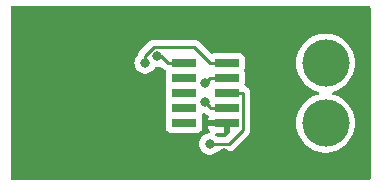
<source format=gbr>
%TF.GenerationSoftware,KiCad,Pcbnew,7.0.10*%
%TF.CreationDate,2023-12-31T17:53:47-05:00*%
%TF.ProjectId,SRX Mag Encoder to SPARK MAX,53525820-4d61-4672-9045-6e636f646572,rev?*%
%TF.SameCoordinates,Original*%
%TF.FileFunction,Copper,L2,Bot*%
%TF.FilePolarity,Positive*%
%FSLAX46Y46*%
G04 Gerber Fmt 4.6, Leading zero omitted, Abs format (unit mm)*
G04 Created by KiCad (PCBNEW 7.0.10) date 2023-12-31 17:53:47*
%MOMM*%
%LPD*%
G01*
G04 APERTURE LIST*
%TA.AperFunction,SMDPad,CuDef*%
%ADD10R,2.108200X0.660400*%
%TD*%
%TA.AperFunction,ViaPad*%
%ADD11C,0.800000*%
%TD*%
%TA.AperFunction,ViaPad*%
%ADD12C,4.000000*%
%TD*%
%TA.AperFunction,Conductor*%
%ADD13C,0.250000*%
%TD*%
G04 APERTURE END LIST*
D10*
%TO.P,,1,Pin_1*%
%TO.N,+3.3V*%
X171914001Y-99060000D03*
%TO.P,,2,Pin_2*%
%TO.N,+5V*%
X175513999Y-99060000D03*
%TO.P,,3,Pin_3*%
%TO.N,unconnected-(J2-Pin_3-Pad3)*%
X171914001Y-100330000D03*
%TO.P,,4,Pin_4*%
%TO.N,FLMT*%
X175513999Y-100330000D03*
%TO.P,,5,Pin_5*%
%TO.N,unconnected-(J2-Pin_5-Pad5)*%
X171914001Y-101600000D03*
%TO.P,,6,Pin_6*%
%TO.N,PWM*%
X175513999Y-101600000D03*
%TO.P,,7,Pin_7*%
%TO.N,unconnected-(J2-Pin_7-Pad7)*%
X171914001Y-102870000D03*
%TO.P,,8,Pin_8*%
%TO.N,RLMT*%
X175513999Y-102870000D03*
%TO.P,,9,Pin_9*%
%TO.N,unconnected-(J2-Pin_9-Pad9)*%
X171914001Y-104140000D03*
%TO.P,,10,Pin_10*%
%TO.N,GND*%
X175513999Y-104140000D03*
%TD*%
D11*
%TO.N,GND*%
X160020000Y-99060000D03*
X160020000Y-101600000D03*
X160020000Y-104140000D03*
X180340000Y-96520000D03*
X177800000Y-96520000D03*
X175260000Y-96520000D03*
X172720000Y-96520000D03*
X170180000Y-96520000D03*
X167640000Y-96520000D03*
X165100000Y-96520000D03*
X162560000Y-96520000D03*
X160020000Y-96520000D03*
X180340000Y-106680000D03*
X177800000Y-106680000D03*
X175260000Y-106680000D03*
X172720000Y-106680000D03*
X170180000Y-106680000D03*
X167640000Y-106680000D03*
X165100000Y-106680000D03*
X162560000Y-106680000D03*
X160020000Y-106680000D03*
D12*
%TO.N,*%
X183896000Y-104140000D03*
X183896000Y-99060000D03*
D11*
%TO.N,GND*%
X169164000Y-103632000D03*
%TO.N,PWM*%
X174071800Y-105918000D03*
%TO.N,RLMT*%
X173714000Y-102370000D03*
%TO.N,FLMT*%
X173714000Y-100767500D03*
%TO.N,+5V*%
X168610900Y-99060000D03*
%TO.N,+3.3V*%
X169618100Y-98495100D03*
%TD*%
D13*
%TO.N,PWM*%
X176895000Y-101600000D02*
X175514000Y-101600000D01*
X176895000Y-104706600D02*
X176895000Y-101600000D01*
X174071800Y-105918000D02*
X175683600Y-105918000D01*
X175683600Y-105918000D02*
X176895000Y-104706600D01*
%TO.N,RLMT*%
X174133000Y-102789000D02*
X174133000Y-102870000D01*
X173714000Y-102370000D02*
X174133000Y-102789000D01*
X175514000Y-102870000D02*
X174133000Y-102870000D01*
%TO.N,FLMT*%
X174133000Y-100348500D02*
X174133000Y-100330000D01*
X173714000Y-100767500D02*
X174133000Y-100348500D01*
X175514000Y-100330000D02*
X174133000Y-100330000D01*
%TO.N,+5V*%
X168610900Y-98463300D02*
X168610900Y-99060000D01*
X169354400Y-97719800D02*
X168610900Y-98463300D01*
X172792800Y-97719800D02*
X169354400Y-97719800D01*
X174133000Y-99060000D02*
X172792800Y-97719800D01*
X175514000Y-99060000D02*
X174133000Y-99060000D01*
%TO.N,+3.3V*%
X171914000Y-99060000D02*
X170533000Y-99060000D01*
X169968100Y-98495100D02*
X169618100Y-98495100D01*
X170533000Y-99060000D02*
X169968100Y-98495100D01*
%TD*%
%TA.AperFunction,Conductor*%
%TO.N,GND*%
G36*
X187649039Y-94253685D02*
G01*
X187694794Y-94306489D01*
X187706000Y-94358000D01*
X187706000Y-108842000D01*
X187686315Y-108909039D01*
X187633511Y-108954794D01*
X187582000Y-108966000D01*
X157350000Y-108966000D01*
X157282961Y-108946315D01*
X157237206Y-108893511D01*
X157226000Y-108842000D01*
X157226000Y-99060000D01*
X167705440Y-99060000D01*
X167725226Y-99248256D01*
X167725227Y-99248259D01*
X167783718Y-99428277D01*
X167783721Y-99428284D01*
X167878367Y-99592216D01*
X167982892Y-99708302D01*
X168005029Y-99732888D01*
X168158165Y-99844148D01*
X168158170Y-99844151D01*
X168331092Y-99921142D01*
X168331097Y-99921144D01*
X168516254Y-99960500D01*
X168516255Y-99960500D01*
X168705544Y-99960500D01*
X168705546Y-99960500D01*
X168890703Y-99921144D01*
X169063630Y-99844151D01*
X169216771Y-99732888D01*
X169343433Y-99592216D01*
X169375795Y-99536163D01*
X169421154Y-99457600D01*
X169471721Y-99409384D01*
X169528541Y-99395600D01*
X169712744Y-99395600D01*
X169712746Y-99395600D01*
X169870605Y-99362046D01*
X169940269Y-99367362D01*
X169984064Y-99395655D01*
X170032197Y-99443788D01*
X170042022Y-99456051D01*
X170042243Y-99455869D01*
X170047211Y-99461874D01*
X170096222Y-99507899D01*
X170099021Y-99510612D01*
X170118522Y-99530114D01*
X170118526Y-99530117D01*
X170118529Y-99530120D01*
X170121702Y-99532581D01*
X170130574Y-99540159D01*
X170162418Y-99570062D01*
X170179976Y-99579714D01*
X170196235Y-99590395D01*
X170212064Y-99602673D01*
X170252155Y-99620021D01*
X170262626Y-99625151D01*
X170276050Y-99632531D01*
X170300902Y-99646194D01*
X170300903Y-99646194D01*
X170300908Y-99646197D01*
X170307266Y-99647829D01*
X170310395Y-99648633D01*
X170370433Y-99684371D01*
X170401618Y-99746895D01*
X170395739Y-99812069D01*
X170365811Y-99892311D01*
X170365810Y-99892315D01*
X170365810Y-99892317D01*
X170359401Y-99951927D01*
X170359401Y-99951934D01*
X170359401Y-99951935D01*
X170359401Y-100708070D01*
X170359402Y-100708076D01*
X170365809Y-100767683D01*
X170416106Y-100902535D01*
X170417767Y-100905577D01*
X170418503Y-100908962D01*
X170419204Y-100910841D01*
X170418933Y-100910941D01*
X170432617Y-100973850D01*
X170417767Y-101024423D01*
X170416106Y-101027464D01*
X170376721Y-101133062D01*
X170365810Y-101162317D01*
X170359401Y-101221927D01*
X170359401Y-101221934D01*
X170359401Y-101221935D01*
X170359401Y-101978070D01*
X170359402Y-101978076D01*
X170365809Y-102037683D01*
X170416106Y-102172535D01*
X170417767Y-102175577D01*
X170418503Y-102178962D01*
X170419204Y-102180841D01*
X170418933Y-102180941D01*
X170432617Y-102243850D01*
X170417767Y-102294423D01*
X170416106Y-102297464D01*
X170365811Y-102432313D01*
X170365810Y-102432317D01*
X170359401Y-102491927D01*
X170359401Y-102491934D01*
X170359401Y-102491935D01*
X170359401Y-103248070D01*
X170359402Y-103248076D01*
X170365809Y-103307683D01*
X170416106Y-103442535D01*
X170417767Y-103445577D01*
X170418503Y-103448962D01*
X170419204Y-103450841D01*
X170418933Y-103450941D01*
X170432617Y-103513850D01*
X170417767Y-103564423D01*
X170416106Y-103567464D01*
X170366413Y-103700699D01*
X170365810Y-103702317D01*
X170359401Y-103761927D01*
X170359401Y-103761934D01*
X170359401Y-103761935D01*
X170359401Y-104518070D01*
X170359402Y-104518076D01*
X170365809Y-104577683D01*
X170416103Y-104712528D01*
X170416107Y-104712535D01*
X170502353Y-104827744D01*
X170502356Y-104827747D01*
X170617565Y-104913993D01*
X170617572Y-104913997D01*
X170752418Y-104964291D01*
X170752417Y-104964291D01*
X170759345Y-104965035D01*
X170812028Y-104970700D01*
X173015973Y-104970699D01*
X173075584Y-104964291D01*
X173210432Y-104913996D01*
X173325647Y-104827746D01*
X173411897Y-104712531D01*
X173462192Y-104577683D01*
X173468601Y-104518073D01*
X173468600Y-103761928D01*
X173462192Y-103702317D01*
X173459198Y-103694291D01*
X173411898Y-103567471D01*
X173410238Y-103564431D01*
X173409501Y-103561044D01*
X173408798Y-103559159D01*
X173409068Y-103559057D01*
X173395384Y-103496159D01*
X173410238Y-103445569D01*
X173411894Y-103442534D01*
X173411897Y-103442531D01*
X173449218Y-103342467D01*
X173491089Y-103286535D01*
X173556553Y-103262117D01*
X173591175Y-103264510D01*
X173612406Y-103269023D01*
X173666195Y-103298064D01*
X173667395Y-103296614D01*
X173716146Y-103336945D01*
X173721978Y-103342087D01*
X173762418Y-103380062D01*
X173769578Y-103383998D01*
X173788879Y-103397114D01*
X173795177Y-103402324D01*
X173795178Y-103402324D01*
X173795179Y-103402325D01*
X173845362Y-103425939D01*
X173852305Y-103429477D01*
X173900903Y-103456195D01*
X173900905Y-103456195D01*
X173900908Y-103456197D01*
X173906205Y-103457556D01*
X173908814Y-103458227D01*
X173930756Y-103466124D01*
X173932678Y-103467028D01*
X173984965Y-103513374D01*
X174003894Y-103580630D01*
X173996084Y-103622568D01*
X173966302Y-103702416D01*
X173966300Y-103702427D01*
X173959899Y-103761955D01*
X173959899Y-103890000D01*
X175639999Y-103890000D01*
X175707038Y-103909685D01*
X175752793Y-103962489D01*
X175763999Y-104014000D01*
X175763999Y-104901648D01*
X175744314Y-104968687D01*
X175727680Y-104989329D01*
X175460828Y-105256181D01*
X175399505Y-105289666D01*
X175373147Y-105292500D01*
X174775548Y-105292500D01*
X174708509Y-105272815D01*
X174683400Y-105251474D01*
X174677673Y-105245114D01*
X174677672Y-105245113D01*
X174677671Y-105245112D01*
X174608033Y-105194517D01*
X174565369Y-105139188D01*
X174559390Y-105069574D01*
X174591996Y-105007779D01*
X174652835Y-104973422D01*
X174680920Y-104970200D01*
X175263999Y-104970200D01*
X175263999Y-104390000D01*
X173959899Y-104390000D01*
X173959899Y-104518044D01*
X173966300Y-104577572D01*
X173966302Y-104577579D01*
X174016544Y-104712286D01*
X174016548Y-104712293D01*
X174096571Y-104819189D01*
X174120989Y-104884653D01*
X174106138Y-104952926D01*
X174056733Y-105002332D01*
X173997305Y-105017500D01*
X173977154Y-105017500D01*
X173944697Y-105024398D01*
X173791997Y-105056855D01*
X173791992Y-105056857D01*
X173619070Y-105133848D01*
X173619065Y-105133851D01*
X173465929Y-105245111D01*
X173339266Y-105385785D01*
X173244621Y-105549715D01*
X173244618Y-105549722D01*
X173186127Y-105729740D01*
X173186126Y-105729744D01*
X173166340Y-105918000D01*
X173186126Y-106106256D01*
X173186127Y-106106259D01*
X173244618Y-106286277D01*
X173244621Y-106286284D01*
X173339267Y-106450216D01*
X173460201Y-106584526D01*
X173465929Y-106590888D01*
X173619065Y-106702148D01*
X173619070Y-106702151D01*
X173791992Y-106779142D01*
X173791997Y-106779144D01*
X173977154Y-106818500D01*
X173977155Y-106818500D01*
X174166444Y-106818500D01*
X174166446Y-106818500D01*
X174351603Y-106779144D01*
X174524530Y-106702151D01*
X174677671Y-106590888D01*
X174680588Y-106587647D01*
X174683400Y-106584526D01*
X174742887Y-106547879D01*
X174775548Y-106543500D01*
X175600857Y-106543500D01*
X175616477Y-106545224D01*
X175616504Y-106544939D01*
X175624260Y-106545671D01*
X175624267Y-106545673D01*
X175691473Y-106543561D01*
X175695368Y-106543500D01*
X175722946Y-106543500D01*
X175722950Y-106543500D01*
X175726924Y-106542997D01*
X175738563Y-106542080D01*
X175782227Y-106540709D01*
X175801469Y-106535117D01*
X175820512Y-106531174D01*
X175840392Y-106528664D01*
X175881001Y-106512585D01*
X175892044Y-106508803D01*
X175933990Y-106496618D01*
X175951229Y-106486422D01*
X175968703Y-106477862D01*
X175987327Y-106470488D01*
X175987327Y-106470487D01*
X175987332Y-106470486D01*
X176022683Y-106444800D01*
X176032414Y-106438408D01*
X176070020Y-106416170D01*
X176084189Y-106401999D01*
X176098979Y-106389368D01*
X176115187Y-106377594D01*
X176143038Y-106343926D01*
X176150879Y-106335309D01*
X177278787Y-105207402D01*
X177291042Y-105197586D01*
X177290859Y-105197364D01*
X177296868Y-105192391D01*
X177296877Y-105192386D01*
X177342949Y-105143322D01*
X177345566Y-105140623D01*
X177365120Y-105121071D01*
X177367576Y-105117903D01*
X177375156Y-105109027D01*
X177405062Y-105077182D01*
X177414713Y-105059624D01*
X177425396Y-105043361D01*
X177437673Y-105027536D01*
X177455021Y-104987444D01*
X177460151Y-104976971D01*
X177481197Y-104938692D01*
X177486180Y-104919280D01*
X177492481Y-104900880D01*
X177500437Y-104882496D01*
X177507270Y-104839348D01*
X177509633Y-104827938D01*
X177520500Y-104785619D01*
X177520500Y-104765583D01*
X177522027Y-104746182D01*
X177525160Y-104726404D01*
X177521050Y-104682924D01*
X177520500Y-104671255D01*
X177520500Y-104140005D01*
X181390556Y-104140005D01*
X181410310Y-104454004D01*
X181410311Y-104454011D01*
X181422532Y-104518073D01*
X181459626Y-104712531D01*
X181469270Y-104763083D01*
X181566497Y-105062316D01*
X181566499Y-105062321D01*
X181700461Y-105347003D01*
X181700464Y-105347009D01*
X181869051Y-105612661D01*
X181869054Y-105612665D01*
X182069606Y-105855090D01*
X182069608Y-105855092D01*
X182298968Y-106070476D01*
X182298978Y-106070484D01*
X182553504Y-106255408D01*
X182553509Y-106255410D01*
X182553516Y-106255416D01*
X182829234Y-106406994D01*
X182829239Y-106406996D01*
X182829241Y-106406997D01*
X182829242Y-106406998D01*
X183121771Y-106522818D01*
X183121774Y-106522819D01*
X183386886Y-106590888D01*
X183426527Y-106601066D01*
X183492010Y-106609338D01*
X183738670Y-106640499D01*
X183738679Y-106640499D01*
X183738682Y-106640500D01*
X183738684Y-106640500D01*
X184053316Y-106640500D01*
X184053318Y-106640500D01*
X184053321Y-106640499D01*
X184053329Y-106640499D01*
X184239593Y-106616968D01*
X184365473Y-106601066D01*
X184670225Y-106522819D01*
X184701509Y-106510433D01*
X184962757Y-106406998D01*
X184962758Y-106406997D01*
X184962756Y-106406997D01*
X184962766Y-106406994D01*
X185238484Y-106255416D01*
X185493030Y-106070478D01*
X185722390Y-105855094D01*
X185922947Y-105612663D01*
X186091537Y-105347007D01*
X186225503Y-105062315D01*
X186322731Y-104763079D01*
X186381688Y-104454015D01*
X186381689Y-104454004D01*
X186401444Y-104140005D01*
X186401444Y-104139994D01*
X186381689Y-103825995D01*
X186381688Y-103825988D01*
X186381688Y-103825985D01*
X186322731Y-103516921D01*
X186225503Y-103217685D01*
X186091537Y-102932993D01*
X185922947Y-102667337D01*
X185922945Y-102667334D01*
X185722393Y-102424909D01*
X185722391Y-102424907D01*
X185529586Y-102243850D01*
X185493030Y-102209522D01*
X185493027Y-102209520D01*
X185493021Y-102209515D01*
X185238495Y-102024591D01*
X185238488Y-102024586D01*
X185238484Y-102024584D01*
X184962766Y-101873006D01*
X184962763Y-101873004D01*
X184962758Y-101873002D01*
X184962757Y-101873001D01*
X184670228Y-101757181D01*
X184670225Y-101757180D01*
X184525820Y-101720104D01*
X184465782Y-101684366D01*
X184434596Y-101621842D01*
X184442164Y-101552384D01*
X184486082Y-101498043D01*
X184525820Y-101479896D01*
X184670225Y-101442819D01*
X184670228Y-101442818D01*
X184962757Y-101326998D01*
X184962758Y-101326997D01*
X184962756Y-101326997D01*
X184962766Y-101326994D01*
X185238484Y-101175416D01*
X185493030Y-100990478D01*
X185722390Y-100775094D01*
X185922947Y-100532663D01*
X186091537Y-100267007D01*
X186225503Y-99982315D01*
X186322731Y-99683079D01*
X186381688Y-99374015D01*
X186382806Y-99356244D01*
X186401444Y-99060005D01*
X186401444Y-99059994D01*
X186381689Y-98745995D01*
X186381688Y-98745988D01*
X186381688Y-98745985D01*
X186322731Y-98436921D01*
X186225503Y-98137685D01*
X186212605Y-98110276D01*
X186091538Y-97852996D01*
X186091537Y-97852993D01*
X185922947Y-97587337D01*
X185922945Y-97587334D01*
X185722393Y-97344909D01*
X185722391Y-97344907D01*
X185668030Y-97293858D01*
X185493030Y-97129522D01*
X185493027Y-97129520D01*
X185493021Y-97129515D01*
X185238495Y-96944591D01*
X185238488Y-96944586D01*
X185238484Y-96944584D01*
X184962766Y-96793006D01*
X184962763Y-96793004D01*
X184962758Y-96793002D01*
X184962757Y-96793001D01*
X184670228Y-96677181D01*
X184670225Y-96677180D01*
X184365476Y-96598934D01*
X184365463Y-96598932D01*
X184053329Y-96559500D01*
X184053318Y-96559500D01*
X183738682Y-96559500D01*
X183738670Y-96559500D01*
X183426536Y-96598932D01*
X183426523Y-96598934D01*
X183121774Y-96677180D01*
X183121771Y-96677181D01*
X182829242Y-96793001D01*
X182829241Y-96793002D01*
X182553516Y-96944584D01*
X182553504Y-96944591D01*
X182298978Y-97129515D01*
X182298968Y-97129523D01*
X182069608Y-97344907D01*
X182069606Y-97344909D01*
X181869054Y-97587334D01*
X181869051Y-97587338D01*
X181700464Y-97852990D01*
X181700461Y-97852996D01*
X181566499Y-98137678D01*
X181566497Y-98137683D01*
X181469270Y-98436916D01*
X181410311Y-98745988D01*
X181410310Y-98745995D01*
X181390556Y-99059994D01*
X181390556Y-99060005D01*
X181410310Y-99374004D01*
X181410311Y-99374011D01*
X181428644Y-99470116D01*
X181463646Y-99653604D01*
X181469270Y-99683083D01*
X181566497Y-99982316D01*
X181566499Y-99982321D01*
X181700461Y-100267003D01*
X181700464Y-100267009D01*
X181869051Y-100532661D01*
X181869054Y-100532665D01*
X182069606Y-100775090D01*
X182069608Y-100775092D01*
X182069610Y-100775094D01*
X182214166Y-100910841D01*
X182298968Y-100990476D01*
X182298978Y-100990484D01*
X182553504Y-101175408D01*
X182553509Y-101175410D01*
X182553516Y-101175416D01*
X182829234Y-101326994D01*
X182829239Y-101326996D01*
X182829241Y-101326997D01*
X182829242Y-101326998D01*
X183114786Y-101440051D01*
X183121775Y-101442819D01*
X183243587Y-101474095D01*
X183266180Y-101479896D01*
X183326218Y-101515634D01*
X183357403Y-101578158D01*
X183349835Y-101647616D01*
X183305916Y-101701957D01*
X183266180Y-101720104D01*
X183121770Y-101757182D01*
X182829242Y-101873001D01*
X182829241Y-101873002D01*
X182553516Y-102024584D01*
X182553504Y-102024591D01*
X182298978Y-102209515D01*
X182298968Y-102209523D01*
X182069608Y-102424907D01*
X182069606Y-102424909D01*
X181869054Y-102667334D01*
X181869051Y-102667338D01*
X181700464Y-102932990D01*
X181700461Y-102932996D01*
X181566499Y-103217678D01*
X181566497Y-103217683D01*
X181469270Y-103516916D01*
X181410311Y-103825988D01*
X181410310Y-103825995D01*
X181390556Y-104139994D01*
X181390556Y-104140005D01*
X177520500Y-104140005D01*
X177520500Y-101670844D01*
X177522697Y-101647606D01*
X177524227Y-101639586D01*
X177520745Y-101584241D01*
X177520500Y-101576455D01*
X177520500Y-101560650D01*
X177520499Y-101560646D01*
X177520481Y-101560500D01*
X177518516Y-101544951D01*
X177517788Y-101537260D01*
X177514304Y-101481862D01*
X177511779Y-101474092D01*
X177506687Y-101451314D01*
X177505664Y-101443208D01*
X177485233Y-101391606D01*
X177482608Y-101384315D01*
X177465467Y-101331559D01*
X177461089Y-101324661D01*
X177450495Y-101303868D01*
X177447486Y-101296268D01*
X177447484Y-101296265D01*
X177447483Y-101296263D01*
X177431930Y-101274857D01*
X177414870Y-101251377D01*
X177410501Y-101244947D01*
X177395897Y-101221935D01*
X177380786Y-101198123D01*
X177374833Y-101192533D01*
X177359398Y-101175025D01*
X177354594Y-101168413D01*
X177354591Y-101168411D01*
X177354591Y-101168410D01*
X177311862Y-101133062D01*
X177306018Y-101127910D01*
X177265584Y-101089940D01*
X177265577Y-101089934D01*
X177258415Y-101085997D01*
X177239114Y-101072880D01*
X177232824Y-101067677D01*
X177232823Y-101067676D01*
X177182620Y-101044052D01*
X177175720Y-101040536D01*
X177127092Y-101013803D01*
X177127089Y-101013802D01*
X177127085Y-101013800D01*
X177119174Y-101011769D01*
X177097209Y-101003860D01*
X177095743Y-101003170D01*
X177043469Y-100956810D01*
X177024557Y-100889549D01*
X177032367Y-100847643D01*
X177035963Y-100837998D01*
X177062190Y-100767683D01*
X177068599Y-100708073D01*
X177068598Y-99951928D01*
X177062190Y-99892317D01*
X177052747Y-99867000D01*
X177011896Y-99757471D01*
X177010236Y-99754431D01*
X177009499Y-99751044D01*
X177008796Y-99749159D01*
X177009066Y-99749057D01*
X176995382Y-99686159D01*
X177010236Y-99635569D01*
X177011892Y-99632534D01*
X177011895Y-99632531D01*
X177062190Y-99497683D01*
X177068599Y-99438073D01*
X177068598Y-98681928D01*
X177062190Y-98622317D01*
X177011895Y-98487469D01*
X177011894Y-98487468D01*
X177011892Y-98487464D01*
X176925646Y-98372255D01*
X176925643Y-98372252D01*
X176810434Y-98286006D01*
X176810427Y-98286002D01*
X176675581Y-98235708D01*
X176675582Y-98235708D01*
X176615982Y-98229301D01*
X176615980Y-98229300D01*
X176615972Y-98229300D01*
X176615963Y-98229300D01*
X174412028Y-98229300D01*
X174412022Y-98229301D01*
X174352417Y-98235708D01*
X174311187Y-98251086D01*
X174241496Y-98256069D01*
X174180175Y-98222584D01*
X173293603Y-97336012D01*
X173283780Y-97323750D01*
X173283559Y-97323934D01*
X173278586Y-97317922D01*
X173229576Y-97271899D01*
X173226777Y-97269186D01*
X173207277Y-97249685D01*
X173207271Y-97249680D01*
X173204086Y-97247209D01*
X173195234Y-97239648D01*
X173163382Y-97209738D01*
X173163380Y-97209736D01*
X173163377Y-97209735D01*
X173145829Y-97200088D01*
X173129563Y-97189404D01*
X173113732Y-97177124D01*
X173073649Y-97159778D01*
X173063163Y-97154641D01*
X173024894Y-97133603D01*
X173024892Y-97133602D01*
X173005493Y-97128622D01*
X172987081Y-97122318D01*
X172968698Y-97114362D01*
X172968692Y-97114360D01*
X172925560Y-97107529D01*
X172914122Y-97105161D01*
X172871820Y-97094300D01*
X172871819Y-97094300D01*
X172851784Y-97094300D01*
X172832386Y-97092773D01*
X172824962Y-97091597D01*
X172812605Y-97089640D01*
X172812604Y-97089640D01*
X172769125Y-97093750D01*
X172757456Y-97094300D01*
X169437143Y-97094300D01*
X169421522Y-97092575D01*
X169421496Y-97092861D01*
X169413734Y-97092127D01*
X169413733Y-97092127D01*
X169362088Y-97093750D01*
X169346527Y-97094239D01*
X169342632Y-97094300D01*
X169315047Y-97094300D01*
X169311061Y-97094803D01*
X169299433Y-97095718D01*
X169255773Y-97097090D01*
X169236529Y-97102681D01*
X169217479Y-97106625D01*
X169197611Y-97109134D01*
X169197610Y-97109134D01*
X169156999Y-97125213D01*
X169145954Y-97128994D01*
X169104014Y-97141179D01*
X169104010Y-97141181D01*
X169086766Y-97151379D01*
X169069305Y-97159933D01*
X169050674Y-97167310D01*
X169050662Y-97167317D01*
X169015333Y-97192985D01*
X169005573Y-97199396D01*
X168967980Y-97221629D01*
X168953814Y-97235795D01*
X168939024Y-97248427D01*
X168922814Y-97260204D01*
X168922811Y-97260207D01*
X168894973Y-97293858D01*
X168887111Y-97302497D01*
X168227108Y-97962499D01*
X168214851Y-97972320D01*
X168215034Y-97972541D01*
X168209022Y-97977514D01*
X168162998Y-98026523D01*
X168160291Y-98029316D01*
X168140789Y-98048817D01*
X168140775Y-98048834D01*
X168138307Y-98052015D01*
X168130743Y-98060870D01*
X168100837Y-98092718D01*
X168100836Y-98092720D01*
X168091184Y-98110276D01*
X168080510Y-98126526D01*
X168068229Y-98142361D01*
X168068224Y-98142368D01*
X168050875Y-98182458D01*
X168045738Y-98192944D01*
X168024703Y-98231206D01*
X168019722Y-98250607D01*
X168013421Y-98269010D01*
X168005462Y-98287402D01*
X168005461Y-98287405D01*
X167998628Y-98330543D01*
X167996260Y-98341976D01*
X167984127Y-98389235D01*
X167956172Y-98441372D01*
X167878366Y-98527784D01*
X167783721Y-98691715D01*
X167783718Y-98691722D01*
X167725227Y-98871740D01*
X167725226Y-98871744D01*
X167705440Y-99060000D01*
X157226000Y-99060000D01*
X157226000Y-94358000D01*
X157245685Y-94290961D01*
X157298489Y-94245206D01*
X157350000Y-94234000D01*
X187582000Y-94234000D01*
X187649039Y-94253685D01*
G37*
%TD.AperFunction*%
%TD*%
M02*

</source>
